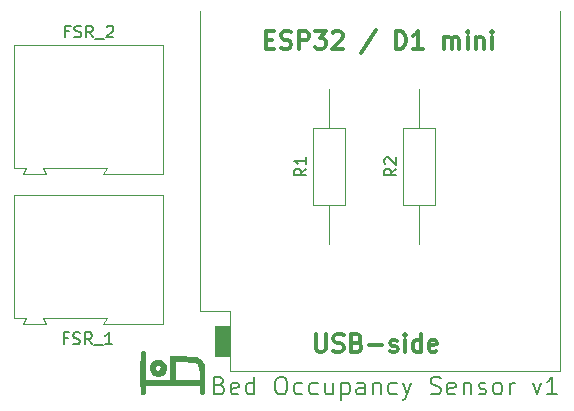
<source format=gbr>
%TF.GenerationSoftware,KiCad,Pcbnew,(6.0.9)*%
%TF.CreationDate,2022-12-25T09:43:15+01:00*%
%TF.ProjectId,bed_occupacy_sensor,6265645f-6f63-4637-9570-6163795f7365,rev?*%
%TF.SameCoordinates,Original*%
%TF.FileFunction,Legend,Top*%
%TF.FilePolarity,Positive*%
%FSLAX46Y46*%
G04 Gerber Fmt 4.6, Leading zero omitted, Abs format (unit mm)*
G04 Created by KiCad (PCBNEW (6.0.9)) date 2022-12-25 09:43:15*
%MOMM*%
%LPD*%
G01*
G04 APERTURE LIST*
%ADD10C,0.300000*%
%ADD11C,0.150000*%
%ADD12C,0.120000*%
%ADD13C,0.100000*%
G04 APERTURE END LIST*
D10*
X179678406Y-95235048D02*
X180178406Y-95235048D01*
X180392692Y-96020762D02*
X179678406Y-96020762D01*
X179678406Y-94520762D01*
X180392692Y-94520762D01*
X180964120Y-95949333D02*
X181178406Y-96020762D01*
X181535549Y-96020762D01*
X181678406Y-95949333D01*
X181749835Y-95877905D01*
X181821263Y-95735048D01*
X181821263Y-95592191D01*
X181749835Y-95449333D01*
X181678406Y-95377905D01*
X181535549Y-95306476D01*
X181249835Y-95235048D01*
X181106977Y-95163619D01*
X181035549Y-95092191D01*
X180964120Y-94949333D01*
X180964120Y-94806476D01*
X181035549Y-94663619D01*
X181106977Y-94592191D01*
X181249835Y-94520762D01*
X181606977Y-94520762D01*
X181821263Y-94592191D01*
X182464120Y-96020762D02*
X182464120Y-94520762D01*
X183035549Y-94520762D01*
X183178406Y-94592191D01*
X183249835Y-94663619D01*
X183321263Y-94806476D01*
X183321263Y-95020762D01*
X183249835Y-95163619D01*
X183178406Y-95235048D01*
X183035549Y-95306476D01*
X182464120Y-95306476D01*
X183821263Y-94520762D02*
X184749835Y-94520762D01*
X184249835Y-95092191D01*
X184464120Y-95092191D01*
X184606977Y-95163619D01*
X184678406Y-95235048D01*
X184749835Y-95377905D01*
X184749835Y-95735048D01*
X184678406Y-95877905D01*
X184606977Y-95949333D01*
X184464120Y-96020762D01*
X184035549Y-96020762D01*
X183892692Y-95949333D01*
X183821263Y-95877905D01*
X185321263Y-94663619D02*
X185392692Y-94592191D01*
X185535549Y-94520762D01*
X185892692Y-94520762D01*
X186035549Y-94592191D01*
X186106977Y-94663619D01*
X186178406Y-94806476D01*
X186178406Y-94949333D01*
X186106977Y-95163619D01*
X185249835Y-96020762D01*
X186178406Y-96020762D01*
X189035549Y-94449333D02*
X187749835Y-96377905D01*
X190678406Y-96020762D02*
X190678406Y-94520762D01*
X191035549Y-94520762D01*
X191249835Y-94592191D01*
X191392692Y-94735048D01*
X191464120Y-94877905D01*
X191535549Y-95163619D01*
X191535549Y-95377905D01*
X191464120Y-95663619D01*
X191392692Y-95806476D01*
X191249835Y-95949333D01*
X191035549Y-96020762D01*
X190678406Y-96020762D01*
X192964120Y-96020762D02*
X192106977Y-96020762D01*
X192535549Y-96020762D02*
X192535549Y-94520762D01*
X192392692Y-94735048D01*
X192249835Y-94877905D01*
X192106977Y-94949333D01*
X194749835Y-96020762D02*
X194749835Y-95020762D01*
X194749835Y-95163619D02*
X194821263Y-95092191D01*
X194964120Y-95020762D01*
X195178406Y-95020762D01*
X195321263Y-95092191D01*
X195392692Y-95235048D01*
X195392692Y-96020762D01*
X195392692Y-95235048D02*
X195464120Y-95092191D01*
X195606977Y-95020762D01*
X195821263Y-95020762D01*
X195964120Y-95092191D01*
X196035549Y-95235048D01*
X196035549Y-96020762D01*
X196749835Y-96020762D02*
X196749835Y-95020762D01*
X196749835Y-94520762D02*
X196678406Y-94592191D01*
X196749835Y-94663619D01*
X196821263Y-94592191D01*
X196749835Y-94520762D01*
X196749835Y-94663619D01*
X197464120Y-95020762D02*
X197464120Y-96020762D01*
X197464120Y-95163619D02*
X197535549Y-95092191D01*
X197678406Y-95020762D01*
X197892692Y-95020762D01*
X198035549Y-95092191D01*
X198106977Y-95235048D01*
X198106977Y-96020762D01*
X198821263Y-96020762D02*
X198821263Y-95020762D01*
X198821263Y-94520762D02*
X198749835Y-94592191D01*
X198821263Y-94663619D01*
X198892692Y-94592191D01*
X198821263Y-94520762D01*
X198821263Y-94663619D01*
X183892857Y-120178571D02*
X183892857Y-121392857D01*
X183964285Y-121535714D01*
X184035714Y-121607142D01*
X184178571Y-121678571D01*
X184464285Y-121678571D01*
X184607142Y-121607142D01*
X184678571Y-121535714D01*
X184750000Y-121392857D01*
X184750000Y-120178571D01*
X185392857Y-121607142D02*
X185607142Y-121678571D01*
X185964285Y-121678571D01*
X186107142Y-121607142D01*
X186178571Y-121535714D01*
X186250000Y-121392857D01*
X186250000Y-121250000D01*
X186178571Y-121107142D01*
X186107142Y-121035714D01*
X185964285Y-120964285D01*
X185678571Y-120892857D01*
X185535714Y-120821428D01*
X185464285Y-120750000D01*
X185392857Y-120607142D01*
X185392857Y-120464285D01*
X185464285Y-120321428D01*
X185535714Y-120250000D01*
X185678571Y-120178571D01*
X186035714Y-120178571D01*
X186250000Y-120250000D01*
X187392857Y-120892857D02*
X187607142Y-120964285D01*
X187678571Y-121035714D01*
X187750000Y-121178571D01*
X187750000Y-121392857D01*
X187678571Y-121535714D01*
X187607142Y-121607142D01*
X187464285Y-121678571D01*
X186892857Y-121678571D01*
X186892857Y-120178571D01*
X187392857Y-120178571D01*
X187535714Y-120250000D01*
X187607142Y-120321428D01*
X187678571Y-120464285D01*
X187678571Y-120607142D01*
X187607142Y-120750000D01*
X187535714Y-120821428D01*
X187392857Y-120892857D01*
X186892857Y-120892857D01*
X188392857Y-121107142D02*
X189535714Y-121107142D01*
X190178571Y-121607142D02*
X190321428Y-121678571D01*
X190607142Y-121678571D01*
X190750000Y-121607142D01*
X190821428Y-121464285D01*
X190821428Y-121392857D01*
X190750000Y-121250000D01*
X190607142Y-121178571D01*
X190392857Y-121178571D01*
X190250000Y-121107142D01*
X190178571Y-120964285D01*
X190178571Y-120892857D01*
X190250000Y-120750000D01*
X190392857Y-120678571D01*
X190607142Y-120678571D01*
X190750000Y-120750000D01*
X191464285Y-121678571D02*
X191464285Y-120678571D01*
X191464285Y-120178571D02*
X191392857Y-120250000D01*
X191464285Y-120321428D01*
X191535714Y-120250000D01*
X191464285Y-120178571D01*
X191464285Y-120321428D01*
X192821428Y-121678571D02*
X192821428Y-120178571D01*
X192821428Y-121607142D02*
X192678571Y-121678571D01*
X192392857Y-121678571D01*
X192250000Y-121607142D01*
X192178571Y-121535714D01*
X192107142Y-121392857D01*
X192107142Y-120964285D01*
X192178571Y-120821428D01*
X192250000Y-120750000D01*
X192392857Y-120678571D01*
X192678571Y-120678571D01*
X192821428Y-120750000D01*
X194107142Y-121607142D02*
X193964285Y-121678571D01*
X193678571Y-121678571D01*
X193535714Y-121607142D01*
X193464285Y-121464285D01*
X193464285Y-120892857D01*
X193535714Y-120750000D01*
X193678571Y-120678571D01*
X193964285Y-120678571D01*
X194107142Y-120750000D01*
X194178571Y-120892857D01*
X194178571Y-121035714D01*
X193464285Y-121178571D01*
D11*
X175764637Y-124493941D02*
X175978922Y-124565369D01*
X176050351Y-124636798D01*
X176121779Y-124779655D01*
X176121779Y-124993941D01*
X176050351Y-125136798D01*
X175978922Y-125208226D01*
X175836065Y-125279655D01*
X175264637Y-125279655D01*
X175264637Y-123779655D01*
X175764637Y-123779655D01*
X175907494Y-123851084D01*
X175978922Y-123922512D01*
X176050351Y-124065369D01*
X176050351Y-124208226D01*
X175978922Y-124351084D01*
X175907494Y-124422512D01*
X175764637Y-124493941D01*
X175264637Y-124493941D01*
X177336065Y-125208226D02*
X177193208Y-125279655D01*
X176907494Y-125279655D01*
X176764637Y-125208226D01*
X176693208Y-125065369D01*
X176693208Y-124493941D01*
X176764637Y-124351084D01*
X176907494Y-124279655D01*
X177193208Y-124279655D01*
X177336065Y-124351084D01*
X177407494Y-124493941D01*
X177407494Y-124636798D01*
X176693208Y-124779655D01*
X178693208Y-125279655D02*
X178693208Y-123779655D01*
X178693208Y-125208226D02*
X178550351Y-125279655D01*
X178264637Y-125279655D01*
X178121779Y-125208226D01*
X178050351Y-125136798D01*
X177978922Y-124993941D01*
X177978922Y-124565369D01*
X178050351Y-124422512D01*
X178121779Y-124351084D01*
X178264637Y-124279655D01*
X178550351Y-124279655D01*
X178693208Y-124351084D01*
X180836065Y-123779655D02*
X181121779Y-123779655D01*
X181264637Y-123851084D01*
X181407494Y-123993941D01*
X181478922Y-124279655D01*
X181478922Y-124779655D01*
X181407494Y-125065369D01*
X181264637Y-125208226D01*
X181121779Y-125279655D01*
X180836065Y-125279655D01*
X180693208Y-125208226D01*
X180550351Y-125065369D01*
X180478922Y-124779655D01*
X180478922Y-124279655D01*
X180550351Y-123993941D01*
X180693208Y-123851084D01*
X180836065Y-123779655D01*
X182764637Y-125208226D02*
X182621779Y-125279655D01*
X182336065Y-125279655D01*
X182193208Y-125208226D01*
X182121779Y-125136798D01*
X182050351Y-124993941D01*
X182050351Y-124565369D01*
X182121779Y-124422512D01*
X182193208Y-124351084D01*
X182336065Y-124279655D01*
X182621779Y-124279655D01*
X182764637Y-124351084D01*
X184050351Y-125208226D02*
X183907494Y-125279655D01*
X183621779Y-125279655D01*
X183478922Y-125208226D01*
X183407494Y-125136798D01*
X183336065Y-124993941D01*
X183336065Y-124565369D01*
X183407494Y-124422512D01*
X183478922Y-124351084D01*
X183621779Y-124279655D01*
X183907494Y-124279655D01*
X184050351Y-124351084D01*
X185336065Y-124279655D02*
X185336065Y-125279655D01*
X184693208Y-124279655D02*
X184693208Y-125065369D01*
X184764637Y-125208226D01*
X184907494Y-125279655D01*
X185121779Y-125279655D01*
X185264637Y-125208226D01*
X185336065Y-125136798D01*
X186050351Y-124279655D02*
X186050351Y-125779655D01*
X186050351Y-124351084D02*
X186193208Y-124279655D01*
X186478922Y-124279655D01*
X186621779Y-124351084D01*
X186693208Y-124422512D01*
X186764637Y-124565369D01*
X186764637Y-124993941D01*
X186693208Y-125136798D01*
X186621779Y-125208226D01*
X186478922Y-125279655D01*
X186193208Y-125279655D01*
X186050351Y-125208226D01*
X188050351Y-125279655D02*
X188050351Y-124493941D01*
X187978922Y-124351084D01*
X187836065Y-124279655D01*
X187550351Y-124279655D01*
X187407494Y-124351084D01*
X188050351Y-125208226D02*
X187907494Y-125279655D01*
X187550351Y-125279655D01*
X187407494Y-125208226D01*
X187336065Y-125065369D01*
X187336065Y-124922512D01*
X187407494Y-124779655D01*
X187550351Y-124708226D01*
X187907494Y-124708226D01*
X188050351Y-124636798D01*
X188764637Y-124279655D02*
X188764637Y-125279655D01*
X188764637Y-124422512D02*
X188836065Y-124351084D01*
X188978922Y-124279655D01*
X189193208Y-124279655D01*
X189336065Y-124351084D01*
X189407494Y-124493941D01*
X189407494Y-125279655D01*
X190764637Y-125208226D02*
X190621779Y-125279655D01*
X190336065Y-125279655D01*
X190193208Y-125208226D01*
X190121779Y-125136798D01*
X190050351Y-124993941D01*
X190050351Y-124565369D01*
X190121779Y-124422512D01*
X190193208Y-124351084D01*
X190336065Y-124279655D01*
X190621779Y-124279655D01*
X190764637Y-124351084D01*
X191264637Y-124279655D02*
X191621779Y-125279655D01*
X191978922Y-124279655D02*
X191621779Y-125279655D01*
X191478922Y-125636798D01*
X191407494Y-125708226D01*
X191264637Y-125779655D01*
X193621779Y-125208226D02*
X193836065Y-125279655D01*
X194193208Y-125279655D01*
X194336065Y-125208226D01*
X194407494Y-125136798D01*
X194478922Y-124993941D01*
X194478922Y-124851084D01*
X194407494Y-124708226D01*
X194336065Y-124636798D01*
X194193208Y-124565369D01*
X193907494Y-124493941D01*
X193764637Y-124422512D01*
X193693208Y-124351084D01*
X193621779Y-124208226D01*
X193621779Y-124065369D01*
X193693208Y-123922512D01*
X193764637Y-123851084D01*
X193907494Y-123779655D01*
X194264637Y-123779655D01*
X194478922Y-123851084D01*
X195693208Y-125208226D02*
X195550351Y-125279655D01*
X195264637Y-125279655D01*
X195121779Y-125208226D01*
X195050351Y-125065369D01*
X195050351Y-124493941D01*
X195121779Y-124351084D01*
X195264637Y-124279655D01*
X195550351Y-124279655D01*
X195693208Y-124351084D01*
X195764637Y-124493941D01*
X195764637Y-124636798D01*
X195050351Y-124779655D01*
X196407494Y-124279655D02*
X196407494Y-125279655D01*
X196407494Y-124422512D02*
X196478922Y-124351084D01*
X196621779Y-124279655D01*
X196836065Y-124279655D01*
X196978922Y-124351084D01*
X197050351Y-124493941D01*
X197050351Y-125279655D01*
X197693208Y-125208226D02*
X197836065Y-125279655D01*
X198121779Y-125279655D01*
X198264637Y-125208226D01*
X198336065Y-125065369D01*
X198336065Y-124993941D01*
X198264637Y-124851084D01*
X198121779Y-124779655D01*
X197907494Y-124779655D01*
X197764637Y-124708226D01*
X197693208Y-124565369D01*
X197693208Y-124493941D01*
X197764637Y-124351084D01*
X197907494Y-124279655D01*
X198121779Y-124279655D01*
X198264637Y-124351084D01*
X199193208Y-125279655D02*
X199050351Y-125208226D01*
X198978922Y-125136798D01*
X198907494Y-124993941D01*
X198907494Y-124565369D01*
X198978922Y-124422512D01*
X199050351Y-124351084D01*
X199193208Y-124279655D01*
X199407494Y-124279655D01*
X199550351Y-124351084D01*
X199621779Y-124422512D01*
X199693208Y-124565369D01*
X199693208Y-124993941D01*
X199621779Y-125136798D01*
X199550351Y-125208226D01*
X199407494Y-125279655D01*
X199193208Y-125279655D01*
X200336065Y-125279655D02*
X200336065Y-124279655D01*
X200336065Y-124565369D02*
X200407494Y-124422512D01*
X200478922Y-124351084D01*
X200621779Y-124279655D01*
X200764637Y-124279655D01*
X202264637Y-124279655D02*
X202621779Y-125279655D01*
X202978922Y-124279655D01*
X204336065Y-125279655D02*
X203478922Y-125279655D01*
X203907494Y-125279655D02*
X203907494Y-123779655D01*
X203764637Y-123993941D01*
X203621779Y-124136798D01*
X203478922Y-124208226D01*
%TO.C,R1*%
X183082380Y-106166666D02*
X182606190Y-106500000D01*
X183082380Y-106738095D02*
X182082380Y-106738095D01*
X182082380Y-106357142D01*
X182130000Y-106261904D01*
X182177619Y-106214285D01*
X182272857Y-106166666D01*
X182415714Y-106166666D01*
X182510952Y-106214285D01*
X182558571Y-106261904D01*
X182606190Y-106357142D01*
X182606190Y-106738095D01*
X183082380Y-105214285D02*
X183082380Y-105785714D01*
X183082380Y-105500000D02*
X182082380Y-105500000D01*
X182225238Y-105595238D01*
X182320476Y-105690476D01*
X182368095Y-105785714D01*
%TO.C,R2*%
X190702380Y-106166666D02*
X190226190Y-106500000D01*
X190702380Y-106738095D02*
X189702380Y-106738095D01*
X189702380Y-106357142D01*
X189750000Y-106261904D01*
X189797619Y-106214285D01*
X189892857Y-106166666D01*
X190035714Y-106166666D01*
X190130952Y-106214285D01*
X190178571Y-106261904D01*
X190226190Y-106357142D01*
X190226190Y-106738095D01*
X189797619Y-105785714D02*
X189750000Y-105738095D01*
X189702380Y-105642857D01*
X189702380Y-105404761D01*
X189750000Y-105309523D01*
X189797619Y-105261904D01*
X189892857Y-105214285D01*
X189988095Y-105214285D01*
X190130952Y-105261904D01*
X190702380Y-105833333D01*
X190702380Y-105214285D01*
%TO.C,J1*%
X162989523Y-94535858D02*
X162656190Y-94535858D01*
X162656190Y-95059667D02*
X162656190Y-94059667D01*
X163132380Y-94059667D01*
X163465714Y-95012048D02*
X163608571Y-95059667D01*
X163846666Y-95059667D01*
X163941904Y-95012048D01*
X163989523Y-94964429D01*
X164037142Y-94869191D01*
X164037142Y-94773953D01*
X163989523Y-94678715D01*
X163941904Y-94631096D01*
X163846666Y-94583477D01*
X163656190Y-94535858D01*
X163560952Y-94488239D01*
X163513333Y-94440620D01*
X163465714Y-94345382D01*
X163465714Y-94250144D01*
X163513333Y-94154906D01*
X163560952Y-94107287D01*
X163656190Y-94059667D01*
X163894285Y-94059667D01*
X164037142Y-94107287D01*
X165037142Y-95059667D02*
X164703809Y-94583477D01*
X164465714Y-95059667D02*
X164465714Y-94059667D01*
X164846666Y-94059667D01*
X164941904Y-94107287D01*
X164989523Y-94154906D01*
X165037142Y-94250144D01*
X165037142Y-94393001D01*
X164989523Y-94488239D01*
X164941904Y-94535858D01*
X164846666Y-94583477D01*
X164465714Y-94583477D01*
X165227619Y-95154906D02*
X165989523Y-95154906D01*
X166180000Y-94154906D02*
X166227619Y-94107287D01*
X166322857Y-94059667D01*
X166560952Y-94059667D01*
X166656190Y-94107287D01*
X166703809Y-94154906D01*
X166751428Y-94250144D01*
X166751428Y-94345382D01*
X166703809Y-94488239D01*
X166132380Y-95059667D01*
X166751428Y-95059667D01*
%TO.C,J2*%
X162885420Y-120511060D02*
X162552087Y-120511060D01*
X162552087Y-121034869D02*
X162552087Y-120034869D01*
X163028277Y-120034869D01*
X163361611Y-120987250D02*
X163504468Y-121034869D01*
X163742563Y-121034869D01*
X163837801Y-120987250D01*
X163885420Y-120939631D01*
X163933039Y-120844393D01*
X163933039Y-120749155D01*
X163885420Y-120653917D01*
X163837801Y-120606298D01*
X163742563Y-120558679D01*
X163552087Y-120511060D01*
X163456849Y-120463441D01*
X163409230Y-120415822D01*
X163361611Y-120320584D01*
X163361611Y-120225346D01*
X163409230Y-120130108D01*
X163456849Y-120082489D01*
X163552087Y-120034869D01*
X163790182Y-120034869D01*
X163933039Y-120082489D01*
X164933039Y-121034869D02*
X164599706Y-120558679D01*
X164361611Y-121034869D02*
X164361611Y-120034869D01*
X164742563Y-120034869D01*
X164837801Y-120082489D01*
X164885420Y-120130108D01*
X164933039Y-120225346D01*
X164933039Y-120368203D01*
X164885420Y-120463441D01*
X164837801Y-120511060D01*
X164742563Y-120558679D01*
X164361611Y-120558679D01*
X165123516Y-121130108D02*
X165885420Y-121130108D01*
X166647325Y-121034869D02*
X166075897Y-121034869D01*
X166361611Y-121034869D02*
X166361611Y-120034869D01*
X166266373Y-120177727D01*
X166171135Y-120272965D01*
X166075897Y-120320584D01*
D12*
%TO.C,U1*%
X176600000Y-118180000D02*
X176600000Y-123260000D01*
X174060000Y-92780000D02*
X174060000Y-118180000D01*
X176600000Y-123260000D02*
X204540000Y-123260000D01*
X174060000Y-118180000D02*
X176600000Y-118180000D01*
X204540000Y-92780000D02*
X204540000Y-123260000D01*
G36*
X176600000Y-121990000D02*
G01*
X175330000Y-121990000D01*
X175330000Y-119450000D01*
X176600000Y-119450000D01*
X176600000Y-121990000D01*
G37*
D13*
X176600000Y-121990000D02*
X175330000Y-121990000D01*
X175330000Y-119450000D01*
X176600000Y-119450000D01*
X176600000Y-121990000D01*
%TO.C,G\u002A\u002A\u002A*%
G36*
X170033320Y-122524450D02*
G01*
X170394546Y-122337524D01*
X170769234Y-122355479D01*
X171087459Y-122547251D01*
X171279299Y-122881774D01*
X171305980Y-123089852D01*
X171200757Y-123452864D01*
X170935400Y-123703172D01*
X170585372Y-123811613D01*
X170226137Y-123749029D01*
X170011579Y-123590033D01*
X169831723Y-123233859D01*
X169835062Y-123104368D01*
X170345941Y-123104368D01*
X170437202Y-123278777D01*
X170555241Y-123318358D01*
X170715716Y-123227214D01*
X170749663Y-123182333D01*
X170764280Y-122991511D01*
X170631897Y-122863486D01*
X170450318Y-122878945D01*
X170415995Y-122907062D01*
X170345941Y-123104368D01*
X169835062Y-123104368D01*
X169841813Y-122842582D01*
X170033320Y-122524450D01*
G37*
G36*
X169417906Y-121583807D02*
G01*
X169490818Y-121665521D01*
X169531804Y-121857071D01*
X169549924Y-122203751D01*
X169554235Y-122750854D01*
X169554255Y-122817866D01*
X169554255Y-124069097D01*
X171556226Y-124069097D01*
X172056718Y-124069097D01*
X174058689Y-124069097D01*
X174058689Y-123468506D01*
X174029087Y-123081910D01*
X173954131Y-122791829D01*
X173908541Y-122717767D01*
X173702275Y-122635876D01*
X173314526Y-122582674D01*
X172907556Y-122567619D01*
X172056718Y-122567619D01*
X172056718Y-124069097D01*
X171556226Y-124069097D01*
X171556226Y-122067127D01*
X172750583Y-122067127D01*
X173315528Y-122072221D01*
X173690484Y-122095712D01*
X173935636Y-122149908D01*
X174111167Y-122247121D01*
X174252061Y-122374247D01*
X174389815Y-122529013D01*
X174478850Y-122699285D01*
X174529709Y-122940904D01*
X174552936Y-123309716D01*
X174559076Y-123861563D01*
X174559182Y-124000848D01*
X174556069Y-124588440D01*
X174541148Y-124969961D01*
X174506046Y-125189561D01*
X174442390Y-125291392D01*
X174341805Y-125319604D01*
X174308935Y-125320329D01*
X174125763Y-125261340D01*
X174061271Y-125041856D01*
X174058689Y-124944959D01*
X174058689Y-124569590D01*
X169554255Y-124569590D01*
X169554255Y-124944959D01*
X169514930Y-125219718D01*
X169368607Y-125316456D01*
X169304009Y-125320329D01*
X169207832Y-125308029D01*
X169140064Y-125246349D01*
X169095748Y-125098113D01*
X169069928Y-124826148D01*
X169057647Y-124393278D01*
X169053949Y-123762330D01*
X169053763Y-123443481D01*
X169055403Y-122722154D01*
X169063627Y-122213893D01*
X169083392Y-121881525D01*
X169119654Y-121687875D01*
X169177370Y-121595769D01*
X169261496Y-121568032D01*
X169304009Y-121566634D01*
X169417906Y-121583807D01*
G37*
D12*
%TO.C,R1*%
X185000000Y-112580000D02*
X185000000Y-109270000D01*
X186370000Y-102730000D02*
X183630000Y-102730000D01*
X183630000Y-102730000D02*
X183630000Y-109270000D01*
X185000000Y-99420000D02*
X185000000Y-102730000D01*
X186370000Y-109270000D02*
X186370000Y-102730000D01*
X183630000Y-109270000D02*
X186370000Y-109270000D01*
%TO.C,R2*%
X193990000Y-102730000D02*
X191250000Y-102730000D01*
X191250000Y-102730000D02*
X191250000Y-109270000D01*
X191250000Y-109270000D02*
X193990000Y-109270000D01*
X193990000Y-109270000D02*
X193990000Y-102730000D01*
X192620000Y-99420000D02*
X192620000Y-102730000D01*
X192620000Y-112580000D02*
X192620000Y-109270000D01*
%TO.C,J1*%
X159330000Y-106080000D02*
X159080000Y-106580000D01*
X158380000Y-106080000D02*
X159330000Y-106080000D01*
X160980000Y-106580000D02*
X161030000Y-106580000D01*
X170980000Y-95730000D02*
X158380000Y-95730000D01*
X161030000Y-106580000D02*
X160780000Y-106080000D01*
X170980000Y-106580000D02*
X170980000Y-95730000D01*
X158380000Y-95730000D02*
X158380000Y-106080000D01*
X166180000Y-106080000D02*
X165880000Y-106580000D01*
X165880000Y-106580000D02*
X170980000Y-106580000D01*
X160780000Y-106080000D02*
X166180000Y-106080000D01*
X159080000Y-106580000D02*
X160980000Y-106580000D01*
%TO.C,J2*%
X166180000Y-118780000D02*
X165880000Y-119280000D01*
X160780000Y-118780000D02*
X166180000Y-118780000D01*
X170980000Y-108430000D02*
X158380000Y-108430000D01*
X159080000Y-119280000D02*
X160980000Y-119280000D01*
X165880000Y-119280000D02*
X170980000Y-119280000D01*
X161030000Y-119280000D02*
X160780000Y-118780000D01*
X158380000Y-118780000D02*
X159330000Y-118780000D01*
X160980000Y-119280000D02*
X161030000Y-119280000D01*
X158380000Y-108430000D02*
X158380000Y-118780000D01*
X170980000Y-119280000D02*
X170980000Y-108430000D01*
X159330000Y-118780000D02*
X159080000Y-119280000D01*
%TD*%
M02*

</source>
